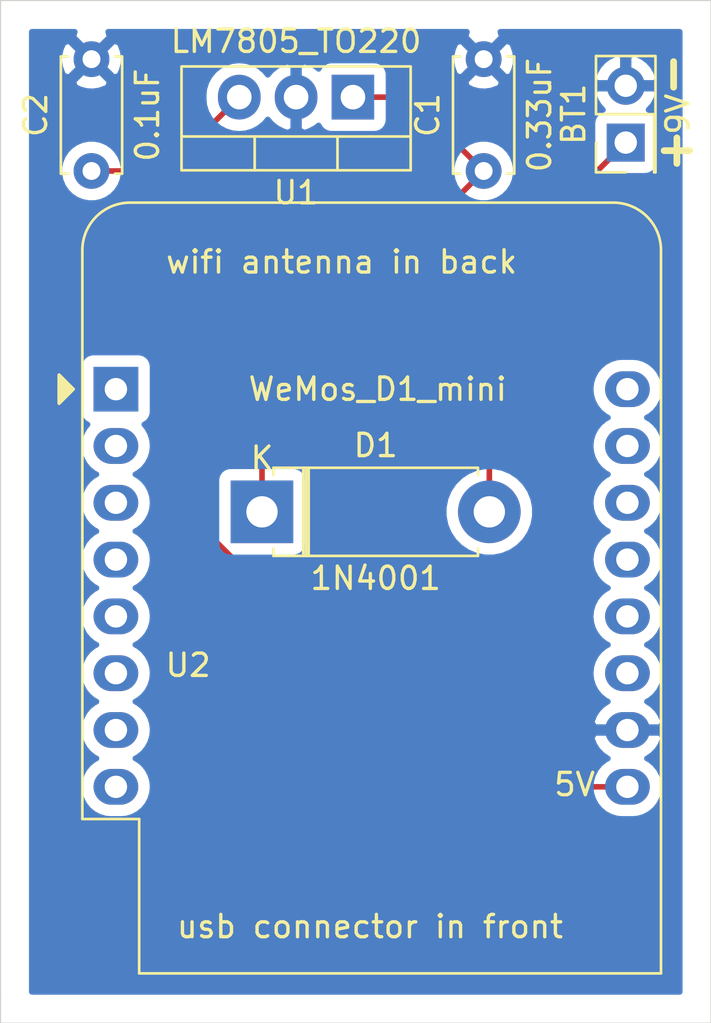
<source format=kicad_pcb>
(kicad_pcb (version 20171130) (host pcbnew "(5.1.10)-1")

  (general
    (thickness 1.6)
    (drawings 10)
    (tracks 11)
    (zones 0)
    (modules 6)
    (nets 5)
  )

  (page A4)
  (layers
    (0 F.Cu signal)
    (31 B.Cu signal)
    (32 B.Adhes user)
    (33 F.Adhes user)
    (34 B.Paste user)
    (35 F.Paste user)
    (36 B.SilkS user)
    (37 F.SilkS user)
    (38 B.Mask user)
    (39 F.Mask user)
    (40 Dwgs.User user)
    (41 Cmts.User user)
    (42 Eco1.User user)
    (43 Eco2.User user)
    (44 Edge.Cuts user)
    (45 Margin user)
    (46 B.CrtYd user)
    (47 F.CrtYd user)
    (48 B.Fab user)
    (49 F.Fab user)
  )

  (setup
    (last_trace_width 0.25)
    (trace_clearance 0.2)
    (zone_clearance 0.508)
    (zone_45_only no)
    (trace_min 0.2)
    (via_size 0.8)
    (via_drill 0.4)
    (via_min_size 0.4)
    (via_min_drill 0.3)
    (uvia_size 0.3)
    (uvia_drill 0.1)
    (uvias_allowed no)
    (uvia_min_size 0.2)
    (uvia_min_drill 0.1)
    (edge_width 0.05)
    (segment_width 0.2)
    (pcb_text_width 0.3)
    (pcb_text_size 1.5 1.5)
    (mod_edge_width 0.12)
    (mod_text_size 1 1)
    (mod_text_width 0.15)
    (pad_size 1.524 1.524)
    (pad_drill 0.762)
    (pad_to_mask_clearance 0)
    (aux_axis_origin 0 0)
    (visible_elements 7FFFFFFF)
    (pcbplotparams
      (layerselection 0x010fc_ffffffff)
      (usegerberextensions false)
      (usegerberattributes true)
      (usegerberadvancedattributes true)
      (creategerberjobfile true)
      (excludeedgelayer true)
      (linewidth 0.100000)
      (plotframeref false)
      (viasonmask false)
      (mode 1)
      (useauxorigin false)
      (hpglpennumber 1)
      (hpglpenspeed 20)
      (hpglpendiameter 15.000000)
      (psnegative false)
      (psa4output false)
      (plotreference true)
      (plotvalue true)
      (plotinvisibletext false)
      (padsonsilk false)
      (subtractmaskfromsilk false)
      (outputformat 1)
      (mirror false)
      (drillshape 1)
      (scaleselection 1)
      (outputdirectory ""))
  )

  (net 0 "")
  (net 1 "Net-(BT1-Pad1)")
  (net 2 "Net-(BT1-Pad2)")
  (net 3 "Net-(C2-Pad1)")
  (net 4 "Net-(C1-Pad1)")

  (net_class Default "This is the default net class."
    (clearance 0.2)
    (trace_width 0.25)
    (via_dia 0.8)
    (via_drill 0.4)
    (uvia_dia 0.3)
    (uvia_drill 0.1)
    (add_net "Net-(BT1-Pad1)")
    (add_net "Net-(BT1-Pad2)")
    (add_net "Net-(C1-Pad1)")
    (add_net "Net-(C2-Pad1)")
  )

  (module Connector_PinHeader_2.54mm:PinHeader_2x01_P2.54mm_Vertical (layer F.Cu) (tedit 59FED5CC) (tstamp 60ECCE82)
    (at 147.32 78.74 90)
    (descr "Through hole straight pin header, 2x01, 2.54mm pitch, double rows")
    (tags "Through hole pin header THT 2x01 2.54mm double row")
    (path /60EC6812)
    (fp_text reference BT1 (at 1.27 -2.33 90) (layer F.SilkS)
      (effects (font (size 1 1) (thickness 0.15)))
    )
    (fp_text value 9V (at 1.27 2.33 90) (layer F.SilkS)
      (effects (font (size 1 1) (thickness 0.15)))
    )
    (fp_line (start 4.35 -1.8) (end -1.8 -1.8) (layer F.CrtYd) (width 0.05))
    (fp_line (start 4.35 1.8) (end 4.35 -1.8) (layer F.CrtYd) (width 0.05))
    (fp_line (start -1.8 1.8) (end 4.35 1.8) (layer F.CrtYd) (width 0.05))
    (fp_line (start -1.8 -1.8) (end -1.8 1.8) (layer F.CrtYd) (width 0.05))
    (fp_line (start -1.33 -1.33) (end 0 -1.33) (layer F.SilkS) (width 0.12))
    (fp_line (start -1.33 0) (end -1.33 -1.33) (layer F.SilkS) (width 0.12))
    (fp_line (start 1.27 -1.33) (end 3.87 -1.33) (layer F.SilkS) (width 0.12))
    (fp_line (start 1.27 1.27) (end 1.27 -1.33) (layer F.SilkS) (width 0.12))
    (fp_line (start -1.33 1.27) (end 1.27 1.27) (layer F.SilkS) (width 0.12))
    (fp_line (start 3.87 -1.33) (end 3.87 1.33) (layer F.SilkS) (width 0.12))
    (fp_line (start -1.33 1.27) (end -1.33 1.33) (layer F.SilkS) (width 0.12))
    (fp_line (start -1.33 1.33) (end 3.87 1.33) (layer F.SilkS) (width 0.12))
    (fp_line (start -1.27 0) (end 0 -1.27) (layer F.Fab) (width 0.1))
    (fp_line (start -1.27 1.27) (end -1.27 0) (layer F.Fab) (width 0.1))
    (fp_line (start 3.81 1.27) (end -1.27 1.27) (layer F.Fab) (width 0.1))
    (fp_line (start 3.81 -1.27) (end 3.81 1.27) (layer F.Fab) (width 0.1))
    (fp_line (start 0 -1.27) (end 3.81 -1.27) (layer F.Fab) (width 0.1))
    (fp_text user %R (at 1.27 0) (layer F.Fab)
      (effects (font (size 1 1) (thickness 0.15)))
    )
    (pad 1 thru_hole rect (at 0 0 90) (size 1.7 1.7) (drill 1) (layers *.Cu *.Mask)
      (net 1 "Net-(BT1-Pad1)"))
    (pad 2 thru_hole oval (at 2.54 0 90) (size 1.7 1.7) (drill 1) (layers *.Cu *.Mask)
      (net 2 "Net-(BT1-Pad2)"))
    (model ${KISYS3DMOD}/Connector_PinHeader_2.54mm.3dshapes/PinHeader_2x01_P2.54mm_Vertical.wrl
      (at (xyz 0 0 0))
      (scale (xyz 1 1 1))
      (rotate (xyz 0 0 0))
    )
  )

  (module Package_TO_SOT_THT:TO-220-3_Vertical (layer F.Cu) (tedit 5AC8BA0D) (tstamp 60ECCEBE)
    (at 135.128 76.708 180)
    (descr "TO-220-3, Vertical, RM 2.54mm, see https://www.vishay.com/docs/66542/to-220-1.pdf")
    (tags "TO-220-3 Vertical RM 2.54mm")
    (path /60EC6BDD)
    (fp_text reference U1 (at 2.54 -4.27) (layer F.SilkS)
      (effects (font (size 1 1) (thickness 0.15)))
    )
    (fp_text value LM7805_TO220 (at 2.54 2.5) (layer F.SilkS)
      (effects (font (size 1 1) (thickness 0.15)))
    )
    (fp_line (start 7.79 -3.4) (end -2.71 -3.4) (layer F.CrtYd) (width 0.05))
    (fp_line (start 7.79 1.51) (end 7.79 -3.4) (layer F.CrtYd) (width 0.05))
    (fp_line (start -2.71 1.51) (end 7.79 1.51) (layer F.CrtYd) (width 0.05))
    (fp_line (start -2.71 -3.4) (end -2.71 1.51) (layer F.CrtYd) (width 0.05))
    (fp_line (start 4.391 -3.27) (end 4.391 -1.76) (layer F.SilkS) (width 0.12))
    (fp_line (start 0.69 -3.27) (end 0.69 -1.76) (layer F.SilkS) (width 0.12))
    (fp_line (start -2.58 -1.76) (end 7.66 -1.76) (layer F.SilkS) (width 0.12))
    (fp_line (start 7.66 -3.27) (end 7.66 1.371) (layer F.SilkS) (width 0.12))
    (fp_line (start -2.58 -3.27) (end -2.58 1.371) (layer F.SilkS) (width 0.12))
    (fp_line (start -2.58 1.371) (end 7.66 1.371) (layer F.SilkS) (width 0.12))
    (fp_line (start -2.58 -3.27) (end 7.66 -3.27) (layer F.SilkS) (width 0.12))
    (fp_line (start 4.39 -3.15) (end 4.39 -1.88) (layer F.Fab) (width 0.1))
    (fp_line (start 0.69 -3.15) (end 0.69 -1.88) (layer F.Fab) (width 0.1))
    (fp_line (start -2.46 -1.88) (end 7.54 -1.88) (layer F.Fab) (width 0.1))
    (fp_line (start 7.54 -3.15) (end -2.46 -3.15) (layer F.Fab) (width 0.1))
    (fp_line (start 7.54 1.25) (end 7.54 -3.15) (layer F.Fab) (width 0.1))
    (fp_line (start -2.46 1.25) (end 7.54 1.25) (layer F.Fab) (width 0.1))
    (fp_line (start -2.46 -3.15) (end -2.46 1.25) (layer F.Fab) (width 0.1))
    (fp_text user %R (at 2.54 -4.27) (layer F.Fab)
      (effects (font (size 1 1) (thickness 0.15)))
    )
    (pad 1 thru_hole rect (at 0 0 180) (size 1.905 2) (drill 1.1) (layers *.Cu *.Mask)
      (net 4 "Net-(C1-Pad1)"))
    (pad 2 thru_hole oval (at 2.54 0 180) (size 1.905 2) (drill 1.1) (layers *.Cu *.Mask)
      (net 2 "Net-(BT1-Pad2)"))
    (pad 3 thru_hole oval (at 5.08 0 180) (size 1.905 2) (drill 1.1) (layers *.Cu *.Mask)
      (net 3 "Net-(C2-Pad1)"))
    (model ${KISYS3DMOD}/Package_TO_SOT_THT.3dshapes/TO-220-3_Vertical.wrl
      (at (xyz 0 0 0))
      (scale (xyz 1 1 1))
      (rotate (xyz 0 0 0))
    )
  )

  (module Module:WEMOS_D1_mini_light (layer F.Cu) (tedit 5BBFB1CE) (tstamp 60ECCF01)
    (at 124.535001 89.765001)
    (descr "16-pin module, column spacing 22.86 mm (900 mils), https://wiki.wemos.cc/products:d1:d1_mini, https://c1.staticflickr.com/1/734/31400410271_f278b087db_z.jpg")
    (tags "ESP8266 WiFi microcontroller")
    (path /60EC5639)
    (fp_text reference U2 (at 3.226999 12.342999) (layer F.SilkS)
      (effects (font (size 1 1) (thickness 0.15)))
    )
    (fp_text value WeMos_D1_mini (at 11.7 0) (layer F.SilkS)
      (effects (font (size 1 1) (thickness 0.15)))
    )
    (fp_line (start 1.04 19.22) (end 1.04 26.12) (layer F.SilkS) (width 0.12))
    (fp_line (start -1.5 19.22) (end 1.04 19.22) (layer F.SilkS) (width 0.12))
    (fp_line (start -0.37 0) (end -1.37 -1) (layer F.Fab) (width 0.1))
    (fp_line (start -1.37 1) (end -0.37 0) (layer F.Fab) (width 0.1))
    (fp_line (start -1.37 -6.21) (end -1.37 -1) (layer F.Fab) (width 0.1))
    (fp_line (start 1.17 19.09) (end 1.17 25.99) (layer F.Fab) (width 0.1))
    (fp_line (start -1.37 19.09) (end 1.17 19.09) (layer F.Fab) (width 0.1))
    (fp_line (start -1.35 -7.4) (end -0.55 -8.2) (layer Dwgs.User) (width 0.1))
    (fp_line (start -1.3 -5.45) (end 1.45 -8.2) (layer Dwgs.User) (width 0.1))
    (fp_line (start -1.35 -3.4) (end 3.45 -8.2) (layer Dwgs.User) (width 0.1))
    (fp_line (start 22.65 -1.4) (end 24.25 -3) (layer Dwgs.User) (width 0.1))
    (fp_line (start 20.65 -1.4) (end 24.25 -5) (layer Dwgs.User) (width 0.1))
    (fp_line (start 18.65 -1.4) (end 24.25 -7) (layer Dwgs.User) (width 0.1))
    (fp_line (start 16.65 -1.4) (end 23.45 -8.2) (layer Dwgs.User) (width 0.1))
    (fp_line (start 14.65 -1.4) (end 21.45 -8.2) (layer Dwgs.User) (width 0.1))
    (fp_line (start 12.65 -1.4) (end 19.45 -8.2) (layer Dwgs.User) (width 0.1))
    (fp_line (start 10.65 -1.4) (end 17.45 -8.2) (layer Dwgs.User) (width 0.1))
    (fp_line (start 8.65 -1.4) (end 15.45 -8.2) (layer Dwgs.User) (width 0.1))
    (fp_line (start 6.65 -1.4) (end 13.45 -8.2) (layer Dwgs.User) (width 0.1))
    (fp_line (start 4.65 -1.4) (end 11.45 -8.2) (layer Dwgs.User) (width 0.1))
    (fp_line (start 2.65 -1.4) (end 9.45 -8.2) (layer Dwgs.User) (width 0.1))
    (fp_line (start 0.65 -1.4) (end 7.45 -8.2) (layer Dwgs.User) (width 0.1))
    (fp_line (start -1.35 -1.4) (end 5.45 -8.2) (layer Dwgs.User) (width 0.1))
    (fp_line (start -1.35 -8.2) (end -1.35 -1.4) (layer Dwgs.User) (width 0.1))
    (fp_line (start 24.25 -8.2) (end -1.35 -8.2) (layer Dwgs.User) (width 0.1))
    (fp_line (start 24.25 -1.4) (end 24.25 -8.2) (layer Dwgs.User) (width 0.1))
    (fp_line (start -1.35 -1.4) (end 24.25 -1.4) (layer Dwgs.User) (width 0.1))
    (fp_poly (pts (xy -2.54 -0.635) (xy -2.54 0.635) (xy -1.905 0)) (layer F.SilkS) (width 0.15))
    (fp_line (start -1.62 26.24) (end -1.62 -8.46) (layer F.CrtYd) (width 0.05))
    (fp_line (start 24.48 26.24) (end -1.62 26.24) (layer F.CrtYd) (width 0.05))
    (fp_line (start 24.48 -8.41) (end 24.48 26.24) (layer F.CrtYd) (width 0.05))
    (fp_line (start -1.62 -8.46) (end 24.48 -8.46) (layer F.CrtYd) (width 0.05))
    (fp_line (start -1.37 1) (end -1.37 19.09) (layer F.Fab) (width 0.1))
    (fp_line (start 22.23 -8.21) (end 0.63 -8.21) (layer F.Fab) (width 0.1))
    (fp_line (start 24.23 25.99) (end 24.23 -6.21) (layer F.Fab) (width 0.1))
    (fp_line (start 1.17 25.99) (end 24.23 25.99) (layer F.Fab) (width 0.1))
    (fp_line (start 22.24 -8.34) (end 0.63 -8.34) (layer F.SilkS) (width 0.12))
    (fp_line (start 24.36 26.12) (end 24.36 -6.21) (layer F.SilkS) (width 0.12))
    (fp_line (start -1.5 19.22) (end -1.5 -6.21) (layer F.SilkS) (width 0.12))
    (fp_line (start 1.04 26.12) (end 24.36 26.12) (layer F.SilkS) (width 0.12))
    (fp_arc (start 0.63 -6.21) (end 0.63 -8.21) (angle -90) (layer F.Fab) (width 0.1))
    (fp_arc (start 22.23 -6.21) (end 24.23 -6.19) (angle -90) (layer F.Fab) (width 0.1))
    (fp_arc (start 0.63 -6.21) (end 0.63 -8.34) (angle -90) (layer F.SilkS) (width 0.12))
    (fp_arc (start 22.23 -6.21) (end 24.36 -6.21) (angle -90) (layer F.SilkS) (width 0.12))
    (fp_text user "KEEP OUT" (at 11.43 -6.35) (layer Cmts.User)
      (effects (font (size 1 1) (thickness 0.15)))
    )
    (fp_text user "No copper" (at 11.43 -3.81) (layer Cmts.User)
      (effects (font (size 1 1) (thickness 0.15)))
    )
    (pad 2 thru_hole oval (at 0 2.54) (size 2 1.6) (drill 1) (layers *.Cu *.Mask))
    (pad 1 thru_hole rect (at 0 0) (size 2 2) (drill 1) (layers *.Cu *.Mask))
    (pad 3 thru_hole oval (at 0 5.08) (size 2 1.6) (drill 1) (layers *.Cu *.Mask))
    (pad 4 thru_hole oval (at 0 7.62) (size 2 1.6) (drill 1) (layers *.Cu *.Mask))
    (pad 5 thru_hole oval (at 0 10.16) (size 2 1.6) (drill 1) (layers *.Cu *.Mask))
    (pad 6 thru_hole oval (at 0 12.7) (size 2 1.6) (drill 1) (layers *.Cu *.Mask))
    (pad 7 thru_hole oval (at 0 15.24) (size 2 1.6) (drill 1) (layers *.Cu *.Mask))
    (pad 8 thru_hole oval (at 0 17.78) (size 2 1.6) (drill 1) (layers *.Cu *.Mask))
    (pad 9 thru_hole oval (at 22.86 17.78) (size 2 1.6) (drill 1) (layers *.Cu *.Mask)
      (net 3 "Net-(C2-Pad1)"))
    (pad 10 thru_hole oval (at 22.86 15.24) (size 2 1.6) (drill 1) (layers *.Cu *.Mask)
      (net 2 "Net-(BT1-Pad2)"))
    (pad 11 thru_hole oval (at 22.86 12.7) (size 2 1.6) (drill 1) (layers *.Cu *.Mask))
    (pad 12 thru_hole oval (at 22.86 10.16) (size 2 1.6) (drill 1) (layers *.Cu *.Mask))
    (pad 13 thru_hole oval (at 22.86 7.62) (size 2 1.6) (drill 1) (layers *.Cu *.Mask))
    (pad 14 thru_hole oval (at 22.86 5.08) (size 2 1.6) (drill 1) (layers *.Cu *.Mask))
    (pad 15 thru_hole oval (at 22.86 2.54) (size 2 1.6) (drill 1) (layers *.Cu *.Mask))
    (pad 16 thru_hole oval (at 22.86 0) (size 2 1.6) (drill 1) (layers *.Cu *.Mask))
    (model ${KISYS3DMOD}/Module.3dshapes/WEMOS_D1_mini_light.wrl
      (at (xyz 0 0 0))
      (scale (xyz 1 1 1))
      (rotate (xyz 0 0 0))
    )
    (model ${KISYS3DMOD}/Connector_PinHeader_2.54mm.3dshapes/PinHeader_1x08_P2.54mm_Vertical.wrl
      (offset (xyz 0 0 9.5))
      (scale (xyz 1 1 1))
      (rotate (xyz 0 -180 0))
    )
    (model ${KISYS3DMOD}/Connector_PinHeader_2.54mm.3dshapes/PinHeader_1x08_P2.54mm_Vertical.wrl
      (offset (xyz 22.86 0 9.5))
      (scale (xyz 1 1 1))
      (rotate (xyz 0 -180 0))
    )
    (model ${KISYS3DMOD}/Connector_PinSocket_2.54mm.3dshapes/PinSocket_1x08_P2.54mm_Vertical.wrl
      (at (xyz 0 0 0))
      (scale (xyz 1 1 1))
      (rotate (xyz 0 0 0))
    )
    (model ${KISYS3DMOD}/Connector_PinSocket_2.54mm.3dshapes/PinSocket_1x08_P2.54mm_Vertical.wrl
      (offset (xyz 22.86 0 0))
      (scale (xyz 1 1 1))
      (rotate (xyz 0 0 0))
    )
  )

  (module Capacitor_THT:C_Disc_D5.0mm_W2.5mm_P5.00mm (layer F.Cu) (tedit 5AE50EF0) (tstamp 6101C57D)
    (at 140.97 80.01 90)
    (descr "C, Disc series, Radial, pin pitch=5.00mm, , diameter*width=5*2.5mm^2, Capacitor, http://cdn-reichelt.de/documents/datenblatt/B300/DS_KERKO_TC.pdf")
    (tags "C Disc series Radial pin pitch 5.00mm  diameter 5mm width 2.5mm Capacitor")
    (path /60EC9B5C)
    (fp_text reference C1 (at 2.5 -2.5 90) (layer F.SilkS)
      (effects (font (size 1 1) (thickness 0.15)))
    )
    (fp_text value 0.33uF (at 2.5 2.5 90) (layer F.SilkS)
      (effects (font (size 1 1) (thickness 0.15)))
    )
    (fp_line (start 0 -1.25) (end 0 1.25) (layer F.Fab) (width 0.1))
    (fp_line (start 0 1.25) (end 5 1.25) (layer F.Fab) (width 0.1))
    (fp_line (start 5 1.25) (end 5 -1.25) (layer F.Fab) (width 0.1))
    (fp_line (start 5 -1.25) (end 0 -1.25) (layer F.Fab) (width 0.1))
    (fp_line (start -0.12 -1.37) (end 5.12 -1.37) (layer F.SilkS) (width 0.12))
    (fp_line (start -0.12 1.37) (end 5.12 1.37) (layer F.SilkS) (width 0.12))
    (fp_line (start -0.12 -1.37) (end -0.12 -1.055) (layer F.SilkS) (width 0.12))
    (fp_line (start -0.12 1.055) (end -0.12 1.37) (layer F.SilkS) (width 0.12))
    (fp_line (start 5.12 -1.37) (end 5.12 -1.055) (layer F.SilkS) (width 0.12))
    (fp_line (start 5.12 1.055) (end 5.12 1.37) (layer F.SilkS) (width 0.12))
    (fp_line (start -1.05 -1.5) (end -1.05 1.5) (layer F.CrtYd) (width 0.05))
    (fp_line (start -1.05 1.5) (end 6.05 1.5) (layer F.CrtYd) (width 0.05))
    (fp_line (start 6.05 1.5) (end 6.05 -1.5) (layer F.CrtYd) (width 0.05))
    (fp_line (start 6.05 -1.5) (end -1.05 -1.5) (layer F.CrtYd) (width 0.05))
    (fp_text user %R (at 2.5 0 90) (layer F.Fab)
      (effects (font (size 1 1) (thickness 0.15)))
    )
    (pad 1 thru_hole circle (at 0 0 90) (size 1.6 1.6) (drill 0.8) (layers *.Cu *.Mask)
      (net 4 "Net-(C1-Pad1)"))
    (pad 2 thru_hole circle (at 5 0 90) (size 1.6 1.6) (drill 0.8) (layers *.Cu *.Mask)
      (net 2 "Net-(BT1-Pad2)"))
    (model ${KISYS3DMOD}/Capacitor_THT.3dshapes/C_Disc_D5.0mm_W2.5mm_P5.00mm.wrl
      (at (xyz 0 0 0))
      (scale (xyz 1 1 1))
      (rotate (xyz 0 0 0))
    )
  )

  (module Capacitor_THT:C_Disc_D5.0mm_W2.5mm_P5.00mm (layer F.Cu) (tedit 5AE50EF0) (tstamp 6101C591)
    (at 123.444 80.01 90)
    (descr "C, Disc series, Radial, pin pitch=5.00mm, , diameter*width=5*2.5mm^2, Capacitor, http://cdn-reichelt.de/documents/datenblatt/B300/DS_KERKO_TC.pdf")
    (tags "C Disc series Radial pin pitch 5.00mm  diameter 5mm width 2.5mm Capacitor")
    (path /60ECA208)
    (fp_text reference C2 (at 2.5 -2.5 90) (layer F.SilkS)
      (effects (font (size 1 1) (thickness 0.15)))
    )
    (fp_text value 0.1uF (at 2.5 2.5 90) (layer F.SilkS)
      (effects (font (size 1 1) (thickness 0.15)))
    )
    (fp_line (start 6.05 -1.5) (end -1.05 -1.5) (layer F.CrtYd) (width 0.05))
    (fp_line (start 6.05 1.5) (end 6.05 -1.5) (layer F.CrtYd) (width 0.05))
    (fp_line (start -1.05 1.5) (end 6.05 1.5) (layer F.CrtYd) (width 0.05))
    (fp_line (start -1.05 -1.5) (end -1.05 1.5) (layer F.CrtYd) (width 0.05))
    (fp_line (start 5.12 1.055) (end 5.12 1.37) (layer F.SilkS) (width 0.12))
    (fp_line (start 5.12 -1.37) (end 5.12 -1.055) (layer F.SilkS) (width 0.12))
    (fp_line (start -0.12 1.055) (end -0.12 1.37) (layer F.SilkS) (width 0.12))
    (fp_line (start -0.12 -1.37) (end -0.12 -1.055) (layer F.SilkS) (width 0.12))
    (fp_line (start -0.12 1.37) (end 5.12 1.37) (layer F.SilkS) (width 0.12))
    (fp_line (start -0.12 -1.37) (end 5.12 -1.37) (layer F.SilkS) (width 0.12))
    (fp_line (start 5 -1.25) (end 0 -1.25) (layer F.Fab) (width 0.1))
    (fp_line (start 5 1.25) (end 5 -1.25) (layer F.Fab) (width 0.1))
    (fp_line (start 0 1.25) (end 5 1.25) (layer F.Fab) (width 0.1))
    (fp_line (start 0 -1.25) (end 0 1.25) (layer F.Fab) (width 0.1))
    (fp_text user %R (at 2.5 0 90) (layer F.Fab)
      (effects (font (size 1 1) (thickness 0.15)))
    )
    (pad 2 thru_hole circle (at 5 0 90) (size 1.6 1.6) (drill 0.8) (layers *.Cu *.Mask)
      (net 2 "Net-(BT1-Pad2)"))
    (pad 1 thru_hole circle (at 0 0 90) (size 1.6 1.6) (drill 0.8) (layers *.Cu *.Mask)
      (net 3 "Net-(C2-Pad1)"))
    (model ${KISYS3DMOD}/Capacitor_THT.3dshapes/C_Disc_D5.0mm_W2.5mm_P5.00mm.wrl
      (at (xyz 0 0 0))
      (scale (xyz 1 1 1))
      (rotate (xyz 0 0 0))
    )
  )

  (module Diode_THT:D_5W_P10.16mm_Horizontal (layer F.Cu) (tedit 5AE50CD5) (tstamp 61033E20)
    (at 131.064 95.25)
    (descr "Diode, 5W series, Axial, Horizontal, pin pitch=10.16mm, , length*diameter=8.9*3.7mm^2, , http://www.diodes.com/_files/packages/8686949.gif")
    (tags "Diode 5W series Axial Horizontal pin pitch 10.16mm  length 8.9mm diameter 3.7mm")
    (path /6102E954)
    (fp_text reference D1 (at 5.08 -2.97) (layer F.SilkS)
      (effects (font (size 1 1) (thickness 0.15)))
    )
    (fp_text value 1N4001 (at 5.08 2.97) (layer F.SilkS)
      (effects (font (size 1 1) (thickness 0.15)))
    )
    (fp_line (start 11.81 -2.1) (end -1.65 -2.1) (layer F.CrtYd) (width 0.05))
    (fp_line (start 11.81 2.1) (end 11.81 -2.1) (layer F.CrtYd) (width 0.05))
    (fp_line (start -1.65 2.1) (end 11.81 2.1) (layer F.CrtYd) (width 0.05))
    (fp_line (start -1.65 -2.1) (end -1.65 2.1) (layer F.CrtYd) (width 0.05))
    (fp_line (start 1.845 -1.97) (end 1.845 1.97) (layer F.SilkS) (width 0.12))
    (fp_line (start 2.085 -1.97) (end 2.085 1.97) (layer F.SilkS) (width 0.12))
    (fp_line (start 1.965 -1.97) (end 1.965 1.97) (layer F.SilkS) (width 0.12))
    (fp_line (start 9.65 1.97) (end 9.65 1.64) (layer F.SilkS) (width 0.12))
    (fp_line (start 0.51 1.97) (end 9.65 1.97) (layer F.SilkS) (width 0.12))
    (fp_line (start 0.51 1.64) (end 0.51 1.97) (layer F.SilkS) (width 0.12))
    (fp_line (start 9.65 -1.97) (end 9.65 -1.64) (layer F.SilkS) (width 0.12))
    (fp_line (start 0.51 -1.97) (end 9.65 -1.97) (layer F.SilkS) (width 0.12))
    (fp_line (start 0.51 -1.64) (end 0.51 -1.97) (layer F.SilkS) (width 0.12))
    (fp_line (start 1.865 -1.85) (end 1.865 1.85) (layer F.Fab) (width 0.1))
    (fp_line (start 2.065 -1.85) (end 2.065 1.85) (layer F.Fab) (width 0.1))
    (fp_line (start 1.965 -1.85) (end 1.965 1.85) (layer F.Fab) (width 0.1))
    (fp_line (start 10.16 0) (end 9.53 0) (layer F.Fab) (width 0.1))
    (fp_line (start 0 0) (end 0.63 0) (layer F.Fab) (width 0.1))
    (fp_line (start 9.53 -1.85) (end 0.63 -1.85) (layer F.Fab) (width 0.1))
    (fp_line (start 9.53 1.85) (end 9.53 -1.85) (layer F.Fab) (width 0.1))
    (fp_line (start 0.63 1.85) (end 9.53 1.85) (layer F.Fab) (width 0.1))
    (fp_line (start 0.63 -1.85) (end 0.63 1.85) (layer F.Fab) (width 0.1))
    (fp_text user %R (at 5.7475 0) (layer F.Fab)
      (effects (font (size 1 1) (thickness 0.15)))
    )
    (fp_text user K (at 0 -2.4) (layer F.Fab)
      (effects (font (size 1 1) (thickness 0.15)))
    )
    (fp_text user K (at 0 -2.4) (layer F.SilkS)
      (effects (font (size 1 1) (thickness 0.15)))
    )
    (pad 1 thru_hole rect (at 0 0) (size 2.8 2.8) (drill 1.4) (layers *.Cu *.Mask)
      (net 4 "Net-(C1-Pad1)"))
    (pad 2 thru_hole oval (at 10.16 0) (size 2.8 2.8) (drill 1.4) (layers *.Cu *.Mask)
      (net 1 "Net-(BT1-Pad1)"))
    (model ${KISYS3DMOD}/Diode_THT.3dshapes/D_5W_P10.16mm_Horizontal.wrl
      (at (xyz 0 0 0))
      (scale (xyz 1 1 1))
      (rotate (xyz 0 0 0))
    )
  )

  (gr_text "usb connector in front" (at 135.89 113.792) (layer F.SilkS) (tstamp 6101C9B2)
    (effects (font (size 1 1) (thickness 0.15)))
  )
  (gr_text "wifi antenna in back" (at 134.62 84.074) (layer F.SilkS) (tstamp 6101C9AD)
    (effects (font (size 1 1) (thickness 0.15)))
  )
  (gr_text 5V (at 145.034 107.442) (layer F.SilkS)
    (effects (font (size 1 1) (thickness 0.15)))
  )
  (gr_text - (at 149.352 75.692 90) (layer F.SilkS)
    (effects (font (size 1.5 1.5) (thickness 0.3)))
  )
  (gr_text + (at 149.606 78.994) (layer F.SilkS)
    (effects (font (size 1.5 1.5) (thickness 0.3)))
  )
  (gr_line (start 151.13 72.39) (end 119.38 72.39) (layer Edge.Cuts) (width 0.05) (tstamp 60ECD73D))
  (gr_line (start 151.13 118.11) (end 151.13 72.39) (layer Edge.Cuts) (width 0.05))
  (gr_line (start 119.38 118.11) (end 151.13 118.11) (layer Edge.Cuts) (width 0.05))
  (gr_line (start 119.38 116.84) (end 119.38 118.11) (layer Edge.Cuts) (width 0.05))
  (gr_line (start 119.38 72.39) (end 119.38 116.84) (layer Edge.Cuts) (width 0.05))

  (segment (start 141.224 84.836) (end 141.224 95.25) (width 0.25) (layer F.Cu) (net 1))
  (segment (start 147.32 78.74) (end 141.224 84.836) (width 0.25) (layer F.Cu) (net 1))
  (segment (start 126.746 80.01) (end 130.048 76.708) (width 0.25) (layer F.Cu) (net 3))
  (segment (start 123.444 80.01) (end 126.746 80.01) (width 0.25) (layer F.Cu) (net 3))
  (segment (start 139.973999 107.545001) (end 147.395001 107.545001) (width 0.25) (layer F.Cu) (net 3))
  (segment (start 126.746 94.317002) (end 139.973999 107.545001) (width 0.25) (layer F.Cu) (net 3))
  (segment (start 126.746 80.01) (end 126.746 94.317002) (width 0.25) (layer F.Cu) (net 3))
  (segment (start 137.668 76.708) (end 140.97 80.01) (width 0.25) (layer F.Cu) (net 4))
  (segment (start 135.128 76.708) (end 137.668 76.708) (width 0.25) (layer F.Cu) (net 4))
  (segment (start 131.064 89.916) (end 140.97 80.01) (width 0.25) (layer F.Cu) (net 4))
  (segment (start 131.064 95.25) (end 131.064 89.916) (width 0.25) (layer F.Cu) (net 4))

  (zone (net 2) (net_name "Net-(BT1-Pad2)") (layer B.Cu) (tstamp 61034156) (hatch edge 0.508)
    (connect_pads (clearance 0.508))
    (min_thickness 0.254)
    (fill yes (arc_segments 32) (thermal_gap 0.508) (thermal_bridge_width 0.508))
    (polygon
      (pts
        (xy 149.86 116.84) (xy 120.65 116.84) (xy 120.65 73.66) (xy 149.86 73.66)
      )
    )
    (filled_polygon
      (pts
        (xy 122.630903 74.017298) (xy 123.444 74.830395) (xy 124.257097 74.017298) (xy 124.189525 73.787) (xy 140.224475 73.787)
        (xy 140.156903 74.017298) (xy 140.97 74.830395) (xy 141.783097 74.017298) (xy 141.715525 73.787) (xy 149.733 73.787)
        (xy 149.733 116.713) (xy 120.777 116.713) (xy 120.777 92.305001) (xy 122.893058 92.305001) (xy 122.920765 92.58631)
        (xy 123.002819 92.856809) (xy 123.136069 93.106102) (xy 123.315393 93.324609) (xy 123.5339 93.503933) (xy 123.666859 93.575001)
        (xy 123.5339 93.646069) (xy 123.315393 93.825393) (xy 123.136069 94.0439) (xy 123.002819 94.293193) (xy 122.920765 94.563692)
        (xy 122.893058 94.845001) (xy 122.920765 95.12631) (xy 123.002819 95.396809) (xy 123.136069 95.646102) (xy 123.315393 95.864609)
        (xy 123.5339 96.043933) (xy 123.666859 96.115001) (xy 123.5339 96.186069) (xy 123.315393 96.365393) (xy 123.136069 96.5839)
        (xy 123.002819 96.833193) (xy 122.920765 97.103692) (xy 122.893058 97.385001) (xy 122.920765 97.66631) (xy 123.002819 97.936809)
        (xy 123.136069 98.186102) (xy 123.315393 98.404609) (xy 123.5339 98.583933) (xy 123.666859 98.655001) (xy 123.5339 98.726069)
        (xy 123.315393 98.905393) (xy 123.136069 99.1239) (xy 123.002819 99.373193) (xy 122.920765 99.643692) (xy 122.893058 99.925001)
        (xy 122.920765 100.20631) (xy 123.002819 100.476809) (xy 123.136069 100.726102) (xy 123.315393 100.944609) (xy 123.5339 101.123933)
        (xy 123.666859 101.195001) (xy 123.5339 101.266069) (xy 123.315393 101.445393) (xy 123.136069 101.6639) (xy 123.002819 101.913193)
        (xy 122.920765 102.183692) (xy 122.893058 102.465001) (xy 122.920765 102.74631) (xy 123.002819 103.016809) (xy 123.136069 103.266102)
        (xy 123.315393 103.484609) (xy 123.5339 103.663933) (xy 123.666859 103.735001) (xy 123.5339 103.806069) (xy 123.315393 103.985393)
        (xy 123.136069 104.2039) (xy 123.002819 104.453193) (xy 122.920765 104.723692) (xy 122.893058 105.005001) (xy 122.920765 105.28631)
        (xy 123.002819 105.556809) (xy 123.136069 105.806102) (xy 123.315393 106.024609) (xy 123.5339 106.203933) (xy 123.666859 106.275001)
        (xy 123.5339 106.346069) (xy 123.315393 106.525393) (xy 123.136069 106.7439) (xy 123.002819 106.993193) (xy 122.920765 107.263692)
        (xy 122.893058 107.545001) (xy 122.920765 107.82631) (xy 123.002819 108.096809) (xy 123.136069 108.346102) (xy 123.315393 108.564609)
        (xy 123.5339 108.743933) (xy 123.783193 108.877183) (xy 124.053692 108.959237) (xy 124.264509 108.980001) (xy 124.805493 108.980001)
        (xy 125.01631 108.959237) (xy 125.286809 108.877183) (xy 125.536102 108.743933) (xy 125.754609 108.564609) (xy 125.933933 108.346102)
        (xy 126.067183 108.096809) (xy 126.149237 107.82631) (xy 126.176944 107.545001) (xy 145.753058 107.545001) (xy 145.780765 107.82631)
        (xy 145.862819 108.096809) (xy 145.996069 108.346102) (xy 146.175393 108.564609) (xy 146.3939 108.743933) (xy 146.643193 108.877183)
        (xy 146.913692 108.959237) (xy 147.124509 108.980001) (xy 147.665493 108.980001) (xy 147.87631 108.959237) (xy 148.146809 108.877183)
        (xy 148.396102 108.743933) (xy 148.614609 108.564609) (xy 148.793933 108.346102) (xy 148.927183 108.096809) (xy 149.009237 107.82631)
        (xy 149.036944 107.545001) (xy 149.009237 107.263692) (xy 148.927183 106.993193) (xy 148.793933 106.7439) (xy 148.614609 106.525393)
        (xy 148.396102 106.346069) (xy 148.266656 106.276879) (xy 148.284228 106.269431) (xy 148.517663 106.110674) (xy 148.71564 105.909426)
        (xy 148.870552 105.673422) (xy 148.976445 105.411731) (xy 148.986905 105.35404) (xy 148.864916 105.132001) (xy 147.522001 105.132001)
        (xy 147.522001 105.152001) (xy 147.268001 105.152001) (xy 147.268001 105.132001) (xy 145.925086 105.132001) (xy 145.803097 105.35404)
        (xy 145.813557 105.411731) (xy 145.91945 105.673422) (xy 146.074362 105.909426) (xy 146.272339 106.110674) (xy 146.505774 106.269431)
        (xy 146.523346 106.276879) (xy 146.3939 106.346069) (xy 146.175393 106.525393) (xy 145.996069 106.7439) (xy 145.862819 106.993193)
        (xy 145.780765 107.263692) (xy 145.753058 107.545001) (xy 126.176944 107.545001) (xy 126.149237 107.263692) (xy 126.067183 106.993193)
        (xy 125.933933 106.7439) (xy 125.754609 106.525393) (xy 125.536102 106.346069) (xy 125.403143 106.275001) (xy 125.536102 106.203933)
        (xy 125.754609 106.024609) (xy 125.933933 105.806102) (xy 126.067183 105.556809) (xy 126.149237 105.28631) (xy 126.176944 105.005001)
        (xy 126.149237 104.723692) (xy 126.067183 104.453193) (xy 125.933933 104.2039) (xy 125.754609 103.985393) (xy 125.536102 103.806069)
        (xy 125.403143 103.735001) (xy 125.536102 103.663933) (xy 125.754609 103.484609) (xy 125.933933 103.266102) (xy 126.067183 103.016809)
        (xy 126.149237 102.74631) (xy 126.176944 102.465001) (xy 126.149237 102.183692) (xy 126.067183 101.913193) (xy 125.933933 101.6639)
        (xy 125.754609 101.445393) (xy 125.536102 101.266069) (xy 125.403143 101.195001) (xy 125.536102 101.123933) (xy 125.754609 100.944609)
        (xy 125.933933 100.726102) (xy 126.067183 100.476809) (xy 126.149237 100.20631) (xy 126.176944 99.925001) (xy 126.149237 99.643692)
        (xy 126.067183 99.373193) (xy 125.933933 99.1239) (xy 125.754609 98.905393) (xy 125.536102 98.726069) (xy 125.403143 98.655001)
        (xy 125.536102 98.583933) (xy 125.754609 98.404609) (xy 125.933933 98.186102) (xy 126.067183 97.936809) (xy 126.149237 97.66631)
        (xy 126.176944 97.385001) (xy 126.149237 97.103692) (xy 126.067183 96.833193) (xy 125.933933 96.5839) (xy 125.754609 96.365393)
        (xy 125.536102 96.186069) (xy 125.403143 96.115001) (xy 125.536102 96.043933) (xy 125.754609 95.864609) (xy 125.933933 95.646102)
        (xy 126.067183 95.396809) (xy 126.149237 95.12631) (xy 126.176944 94.845001) (xy 126.149237 94.563692) (xy 126.067183 94.293193)
        (xy 125.933933 94.0439) (xy 125.774804 93.85) (xy 129.025928 93.85) (xy 129.025928 96.65) (xy 129.038188 96.774482)
        (xy 129.074498 96.89418) (xy 129.133463 97.004494) (xy 129.212815 97.101185) (xy 129.309506 97.180537) (xy 129.41982 97.239502)
        (xy 129.539518 97.275812) (xy 129.664 97.288072) (xy 132.464 97.288072) (xy 132.588482 97.275812) (xy 132.70818 97.239502)
        (xy 132.818494 97.180537) (xy 132.915185 97.101185) (xy 132.994537 97.004494) (xy 133.053502 96.89418) (xy 133.089812 96.774482)
        (xy 133.102072 96.65) (xy 133.102072 95.04957) (xy 139.189 95.04957) (xy 139.189 95.45043) (xy 139.267204 95.843587)
        (xy 139.420607 96.213934) (xy 139.643313 96.547237) (xy 139.926763 96.830687) (xy 140.260066 97.053393) (xy 140.630413 97.206796)
        (xy 141.02357 97.285) (xy 141.42443 97.285) (xy 141.817587 97.206796) (xy 142.187934 97.053393) (xy 142.521237 96.830687)
        (xy 142.804687 96.547237) (xy 143.027393 96.213934) (xy 143.180796 95.843587) (xy 143.259 95.45043) (xy 143.259 95.04957)
        (xy 143.180796 94.656413) (xy 143.027393 94.286066) (xy 142.804687 93.952763) (xy 142.521237 93.669313) (xy 142.187934 93.446607)
        (xy 141.817587 93.293204) (xy 141.42443 93.215) (xy 141.02357 93.215) (xy 140.630413 93.293204) (xy 140.260066 93.446607)
        (xy 139.926763 93.669313) (xy 139.643313 93.952763) (xy 139.420607 94.286066) (xy 139.267204 94.656413) (xy 139.189 95.04957)
        (xy 133.102072 95.04957) (xy 133.102072 93.85) (xy 133.089812 93.725518) (xy 133.053502 93.60582) (xy 132.994537 93.495506)
        (xy 132.915185 93.398815) (xy 132.818494 93.319463) (xy 132.70818 93.260498) (xy 132.588482 93.224188) (xy 132.464 93.211928)
        (xy 129.664 93.211928) (xy 129.539518 93.224188) (xy 129.41982 93.260498) (xy 129.309506 93.319463) (xy 129.212815 93.398815)
        (xy 129.133463 93.495506) (xy 129.074498 93.60582) (xy 129.038188 93.725518) (xy 129.025928 93.85) (xy 125.774804 93.85)
        (xy 125.754609 93.825393) (xy 125.536102 93.646069) (xy 125.403143 93.575001) (xy 125.536102 93.503933) (xy 125.754609 93.324609)
        (xy 125.933933 93.106102) (xy 126.067183 92.856809) (xy 126.149237 92.58631) (xy 126.176944 92.305001) (xy 126.149237 92.023692)
        (xy 126.067183 91.753193) (xy 125.933933 91.5039) (xy 125.801525 91.34256) (xy 125.889495 91.295538) (xy 125.986186 91.216186)
        (xy 126.065538 91.119495) (xy 126.124503 91.009181) (xy 126.160813 90.889483) (xy 126.173073 90.765001) (xy 126.173073 89.765001)
        (xy 145.753058 89.765001) (xy 145.780765 90.04631) (xy 145.862819 90.316809) (xy 145.996069 90.566102) (xy 146.175393 90.784609)
        (xy 146.3939 90.963933) (xy 146.526859 91.035001) (xy 146.3939 91.106069) (xy 146.175393 91.285393) (xy 145.996069 91.5039)
        (xy 145.862819 91.753193) (xy 145.780765 92.023692) (xy 145.753058 92.305001) (xy 145.780765 92.58631) (xy 145.862819 92.856809)
        (xy 145.996069 93.106102) (xy 146.175393 93.324609) (xy 146.3939 93.503933) (xy 146.526859 93.575001) (xy 146.3939 93.646069)
        (xy 146.175393 93.825393) (xy 145.996069 94.0439) (xy 145.862819 94.293193) (xy 145.780765 94.563692) (xy 145.753058 94.845001)
        (xy 145.780765 95.12631) (xy 145.862819 95.396809) (xy 145.996069 95.646102) (xy 146.175393 95.864609) (xy 146.3939 96.043933)
        (xy 146.526859 96.115001) (xy 146.3939 96.186069) (xy 146.175393 96.365393) (xy 145.996069 96.5839) (xy 145.862819 96.833193)
        (xy 145.780765 97.103692) (xy 145.753058 97.385001) (xy 145.780765 97.66631) (xy 145.862819 97.936809) (xy 145.996069 98.186102)
        (xy 146.175393 98.404609) (xy 146.3939 98.583933) (xy 146.526859 98.655001) (xy 146.3939 98.726069) (xy 146.175393 98.905393)
        (xy 145.996069 99.1239) (xy 145.862819 99.373193) (xy 145.780765 99.643692) (xy 145.753058 99.925001) (xy 145.780765 100.20631)
        (xy 145.862819 100.476809) (xy 145.996069 100.726102) (xy 146.175393 100.944609) (xy 146.3939 101.123933) (xy 146.526859 101.195001)
        (xy 146.3939 101.266069) (xy 146.175393 101.445393) (xy 145.996069 101.6639) (xy 145.862819 101.913193) (xy 145.780765 102.183692)
        (xy 145.753058 102.465001) (xy 145.780765 102.74631) (xy 145.862819 103.016809) (xy 145.996069 103.266102) (xy 146.175393 103.484609)
        (xy 146.3939 103.663933) (xy 146.523346 103.733123) (xy 146.505774 103.740571) (xy 146.272339 103.899328) (xy 146.074362 104.100576)
        (xy 145.91945 104.33658) (xy 145.813557 104.598271) (xy 145.803097 104.655962) (xy 145.925086 104.878001) (xy 147.268001 104.878001)
        (xy 147.268001 104.858001) (xy 147.522001 104.858001) (xy 147.522001 104.878001) (xy 148.864916 104.878001) (xy 148.986905 104.655962)
        (xy 148.976445 104.598271) (xy 148.870552 104.33658) (xy 148.71564 104.100576) (xy 148.517663 103.899328) (xy 148.284228 103.740571)
        (xy 148.266656 103.733123) (xy 148.396102 103.663933) (xy 148.614609 103.484609) (xy 148.793933 103.266102) (xy 148.927183 103.016809)
        (xy 149.009237 102.74631) (xy 149.036944 102.465001) (xy 149.009237 102.183692) (xy 148.927183 101.913193) (xy 148.793933 101.6639)
        (xy 148.614609 101.445393) (xy 148.396102 101.266069) (xy 148.263143 101.195001) (xy 148.396102 101.123933) (xy 148.614609 100.944609)
        (xy 148.793933 100.726102) (xy 148.927183 100.476809) (xy 149.009237 100.20631) (xy 149.036944 99.925001) (xy 149.009237 99.643692)
        (xy 148.927183 99.373193) (xy 148.793933 99.1239) (xy 148.614609 98.905393) (xy 148.396102 98.726069) (xy 148.263143 98.655001)
        (xy 148.396102 98.583933) (xy 148.614609 98.404609) (xy 148.793933 98.186102) (xy 148.927183 97.936809) (xy 149.009237 97.66631)
        (xy 149.036944 97.385001) (xy 149.009237 97.103692) (xy 148.927183 96.833193) (xy 148.793933 96.5839) (xy 148.614609 96.365393)
        (xy 148.396102 96.186069) (xy 148.263143 96.115001) (xy 148.396102 96.043933) (xy 148.614609 95.864609) (xy 148.793933 95.646102)
        (xy 148.927183 95.396809) (xy 149.009237 95.12631) (xy 149.036944 94.845001) (xy 149.009237 94.563692) (xy 148.927183 94.293193)
        (xy 148.793933 94.0439) (xy 148.614609 93.825393) (xy 148.396102 93.646069) (xy 148.263143 93.575001) (xy 148.396102 93.503933)
        (xy 148.614609 93.324609) (xy 148.793933 93.106102) (xy 148.927183 92.856809) (xy 149.009237 92.58631) (xy 149.036944 92.305001)
        (xy 149.009237 92.023692) (xy 148.927183 91.753193) (xy 148.793933 91.5039) (xy 148.614609 91.285393) (xy 148.396102 91.106069)
        (xy 148.263143 91.035001) (xy 148.396102 90.963933) (xy 148.614609 90.784609) (xy 148.793933 90.566102) (xy 148.927183 90.316809)
        (xy 149.009237 90.04631) (xy 149.036944 89.765001) (xy 149.009237 89.483692) (xy 148.927183 89.213193) (xy 148.793933 88.9639)
        (xy 148.614609 88.745393) (xy 148.396102 88.566069) (xy 148.146809 88.432819) (xy 147.87631 88.350765) (xy 147.665493 88.330001)
        (xy 147.124509 88.330001) (xy 146.913692 88.350765) (xy 146.643193 88.432819) (xy 146.3939 88.566069) (xy 146.175393 88.745393)
        (xy 145.996069 88.9639) (xy 145.862819 89.213193) (xy 145.780765 89.483692) (xy 145.753058 89.765001) (xy 126.173073 89.765001)
        (xy 126.173073 88.765001) (xy 126.160813 88.640519) (xy 126.124503 88.520821) (xy 126.065538 88.410507) (xy 125.986186 88.313816)
        (xy 125.889495 88.234464) (xy 125.779181 88.175499) (xy 125.659483 88.139189) (xy 125.535001 88.126929) (xy 123.535001 88.126929)
        (xy 123.410519 88.139189) (xy 123.290821 88.175499) (xy 123.180507 88.234464) (xy 123.083816 88.313816) (xy 123.004464 88.410507)
        (xy 122.945499 88.520821) (xy 122.909189 88.640519) (xy 122.896929 88.765001) (xy 122.896929 90.765001) (xy 122.909189 90.889483)
        (xy 122.945499 91.009181) (xy 123.004464 91.119495) (xy 123.083816 91.216186) (xy 123.180507 91.295538) (xy 123.268477 91.34256)
        (xy 123.136069 91.5039) (xy 123.002819 91.753193) (xy 122.920765 92.023692) (xy 122.893058 92.305001) (xy 120.777 92.305001)
        (xy 120.777 79.868665) (xy 122.009 79.868665) (xy 122.009 80.151335) (xy 122.064147 80.428574) (xy 122.17232 80.689727)
        (xy 122.329363 80.924759) (xy 122.529241 81.124637) (xy 122.764273 81.28168) (xy 123.025426 81.389853) (xy 123.302665 81.445)
        (xy 123.585335 81.445) (xy 123.862574 81.389853) (xy 124.123727 81.28168) (xy 124.358759 81.124637) (xy 124.558637 80.924759)
        (xy 124.71568 80.689727) (xy 124.823853 80.428574) (xy 124.879 80.151335) (xy 124.879 79.868665) (xy 139.535 79.868665)
        (xy 139.535 80.151335) (xy 139.590147 80.428574) (xy 139.69832 80.689727) (xy 139.855363 80.924759) (xy 140.055241 81.124637)
        (xy 140.290273 81.28168) (xy 140.551426 81.389853) (xy 140.828665 81.445) (xy 141.111335 81.445) (xy 141.388574 81.389853)
        (xy 141.649727 81.28168) (xy 141.884759 81.124637) (xy 142.084637 80.924759) (xy 142.24168 80.689727) (xy 142.349853 80.428574)
        (xy 142.405 80.151335) (xy 142.405 79.868665) (xy 142.349853 79.591426) (xy 142.24168 79.330273) (xy 142.084637 79.095241)
        (xy 141.884759 78.895363) (xy 141.649727 78.73832) (xy 141.388574 78.630147) (xy 141.111335 78.575) (xy 140.828665 78.575)
        (xy 140.551426 78.630147) (xy 140.290273 78.73832) (xy 140.055241 78.895363) (xy 139.855363 79.095241) (xy 139.69832 79.330273)
        (xy 139.590147 79.591426) (xy 139.535 79.868665) (xy 124.879 79.868665) (xy 124.823853 79.591426) (xy 124.71568 79.330273)
        (xy 124.558637 79.095241) (xy 124.358759 78.895363) (xy 124.123727 78.73832) (xy 123.862574 78.630147) (xy 123.585335 78.575)
        (xy 123.302665 78.575) (xy 123.025426 78.630147) (xy 122.764273 78.73832) (xy 122.529241 78.895363) (xy 122.329363 79.095241)
        (xy 122.17232 79.330273) (xy 122.064147 79.591426) (xy 122.009 79.868665) (xy 120.777 79.868665) (xy 120.777 76.582514)
        (xy 128.4605 76.582514) (xy 128.4605 76.833485) (xy 128.48347 77.066703) (xy 128.574245 77.365948) (xy 128.721655 77.641734)
        (xy 128.920037 77.883463) (xy 129.161765 78.081845) (xy 129.437551 78.229255) (xy 129.736796 78.32003) (xy 130.048 78.350681)
        (xy 130.359203 78.32003) (xy 130.658448 78.229255) (xy 130.934234 78.081845) (xy 131.175963 77.883463) (xy 131.323163 77.704101)
        (xy 131.478563 77.889315) (xy 131.721077 78.083969) (xy 131.996906 78.227571) (xy 132.21502 78.298563) (xy 132.461 78.178594)
        (xy 132.461 76.835) (xy 132.441 76.835) (xy 132.441 76.581) (xy 132.461 76.581) (xy 132.461 75.237406)
        (xy 132.715 75.237406) (xy 132.715 76.581) (xy 132.735 76.581) (xy 132.735 76.835) (xy 132.715 76.835)
        (xy 132.715 78.178594) (xy 132.96098 78.298563) (xy 133.179094 78.227571) (xy 133.454923 78.083969) (xy 133.595941 77.970781)
        (xy 133.644963 78.062494) (xy 133.724315 78.159185) (xy 133.821006 78.238537) (xy 133.93132 78.297502) (xy 134.051018 78.333812)
        (xy 134.1755 78.346072) (xy 136.0805 78.346072) (xy 136.204982 78.333812) (xy 136.32468 78.297502) (xy 136.434994 78.238537)
        (xy 136.531685 78.159185) (xy 136.611037 78.062494) (xy 136.670002 77.95218) (xy 136.688864 77.89) (xy 145.831928 77.89)
        (xy 145.831928 79.59) (xy 145.844188 79.714482) (xy 145.880498 79.83418) (xy 145.939463 79.944494) (xy 146.018815 80.041185)
        (xy 146.115506 80.120537) (xy 146.22582 80.179502) (xy 146.345518 80.215812) (xy 146.47 80.228072) (xy 148.17 80.228072)
        (xy 148.294482 80.215812) (xy 148.41418 80.179502) (xy 148.524494 80.120537) (xy 148.621185 80.041185) (xy 148.700537 79.944494)
        (xy 148.759502 79.83418) (xy 148.795812 79.714482) (xy 148.808072 79.59) (xy 148.808072 77.89) (xy 148.795812 77.765518)
        (xy 148.759502 77.64582) (xy 148.700537 77.535506) (xy 148.621185 77.438815) (xy 148.524494 77.359463) (xy 148.41418 77.300498)
        (xy 148.338374 77.277502) (xy 148.515178 77.081355) (xy 148.664157 76.831252) (xy 148.761481 76.556891) (xy 148.640814 76.327)
        (xy 147.447 76.327) (xy 147.447 76.347) (xy 147.193 76.347) (xy 147.193 76.327) (xy 145.999186 76.327)
        (xy 145.878519 76.556891) (xy 145.975843 76.831252) (xy 146.124822 77.081355) (xy 146.301626 77.277502) (xy 146.22582 77.300498)
        (xy 146.115506 77.359463) (xy 146.018815 77.438815) (xy 145.939463 77.535506) (xy 145.880498 77.64582) (xy 145.844188 77.765518)
        (xy 145.831928 77.89) (xy 136.688864 77.89) (xy 136.706312 77.832482) (xy 136.718572 77.708) (xy 136.718572 76.002702)
        (xy 140.156903 76.002702) (xy 140.228486 76.246671) (xy 140.483996 76.367571) (xy 140.758184 76.4363) (xy 141.040512 76.450217)
        (xy 141.32013 76.408787) (xy 141.586292 76.313603) (xy 141.711514 76.246671) (xy 141.783097 76.002702) (xy 141.623504 75.843109)
        (xy 145.878519 75.843109) (xy 145.999186 76.073) (xy 147.193 76.073) (xy 147.193 74.879845) (xy 147.447 74.879845)
        (xy 147.447 76.073) (xy 148.640814 76.073) (xy 148.761481 75.843109) (xy 148.664157 75.568748) (xy 148.515178 75.318645)
        (xy 148.320269 75.102412) (xy 148.08692 74.928359) (xy 147.824099 74.803175) (xy 147.67689 74.758524) (xy 147.447 74.879845)
        (xy 147.193 74.879845) (xy 146.96311 74.758524) (xy 146.815901 74.803175) (xy 146.55308 74.928359) (xy 146.319731 75.102412)
        (xy 146.124822 75.318645) (xy 145.975843 75.568748) (xy 145.878519 75.843109) (xy 141.623504 75.843109) (xy 140.97 75.189605)
        (xy 140.156903 76.002702) (xy 136.718572 76.002702) (xy 136.718572 75.708) (xy 136.706312 75.583518) (xy 136.670002 75.46382)
        (xy 136.611037 75.353506) (xy 136.531685 75.256815) (xy 136.434994 75.177463) (xy 136.32468 75.118498) (xy 136.204982 75.082188)
        (xy 136.187965 75.080512) (xy 139.529783 75.080512) (xy 139.571213 75.36013) (xy 139.666397 75.626292) (xy 139.733329 75.751514)
        (xy 139.977298 75.823097) (xy 140.790395 75.01) (xy 141.149605 75.01) (xy 141.962702 75.823097) (xy 142.206671 75.751514)
        (xy 142.327571 75.496004) (xy 142.3963 75.221816) (xy 142.410217 74.939488) (xy 142.368787 74.65987) (xy 142.273603 74.393708)
        (xy 142.206671 74.268486) (xy 141.962702 74.196903) (xy 141.149605 75.01) (xy 140.790395 75.01) (xy 139.977298 74.196903)
        (xy 139.733329 74.268486) (xy 139.612429 74.523996) (xy 139.5437 74.798184) (xy 139.529783 75.080512) (xy 136.187965 75.080512)
        (xy 136.0805 75.069928) (xy 134.1755 75.069928) (xy 134.051018 75.082188) (xy 133.93132 75.118498) (xy 133.821006 75.177463)
        (xy 133.724315 75.256815) (xy 133.644963 75.353506) (xy 133.595941 75.445219) (xy 133.454923 75.332031) (xy 133.179094 75.188429)
        (xy 132.96098 75.117437) (xy 132.715 75.237406) (xy 132.461 75.237406) (xy 132.21502 75.117437) (xy 131.996906 75.188429)
        (xy 131.721077 75.332031) (xy 131.478563 75.526685) (xy 131.323162 75.7119) (xy 131.175963 75.532537) (xy 130.934235 75.334155)
        (xy 130.658449 75.186745) (xy 130.359204 75.09597) (xy 130.048 75.065319) (xy 129.736797 75.09597) (xy 129.437552 75.186745)
        (xy 129.161766 75.334155) (xy 128.920037 75.532537) (xy 128.721655 75.774265) (xy 128.574245 76.050051) (xy 128.48347 76.349296)
        (xy 128.4605 76.582514) (xy 120.777 76.582514) (xy 120.777 76.002702) (xy 122.630903 76.002702) (xy 122.702486 76.246671)
        (xy 122.957996 76.367571) (xy 123.232184 76.4363) (xy 123.514512 76.450217) (xy 123.79413 76.408787) (xy 124.060292 76.313603)
        (xy 124.185514 76.246671) (xy 124.257097 76.002702) (xy 123.444 75.189605) (xy 122.630903 76.002702) (xy 120.777 76.002702)
        (xy 120.777 75.080512) (xy 122.003783 75.080512) (xy 122.045213 75.36013) (xy 122.140397 75.626292) (xy 122.207329 75.751514)
        (xy 122.451298 75.823097) (xy 123.264395 75.01) (xy 123.623605 75.01) (xy 124.436702 75.823097) (xy 124.680671 75.751514)
        (xy 124.801571 75.496004) (xy 124.8703 75.221816) (xy 124.884217 74.939488) (xy 124.842787 74.65987) (xy 124.747603 74.393708)
        (xy 124.680671 74.268486) (xy 124.436702 74.196903) (xy 123.623605 75.01) (xy 123.264395 75.01) (xy 122.451298 74.196903)
        (xy 122.207329 74.268486) (xy 122.086429 74.523996) (xy 122.0177 74.798184) (xy 122.003783 75.080512) (xy 120.777 75.080512)
        (xy 120.777 73.787) (xy 122.698475 73.787)
      )
    )
  )
)

</source>
